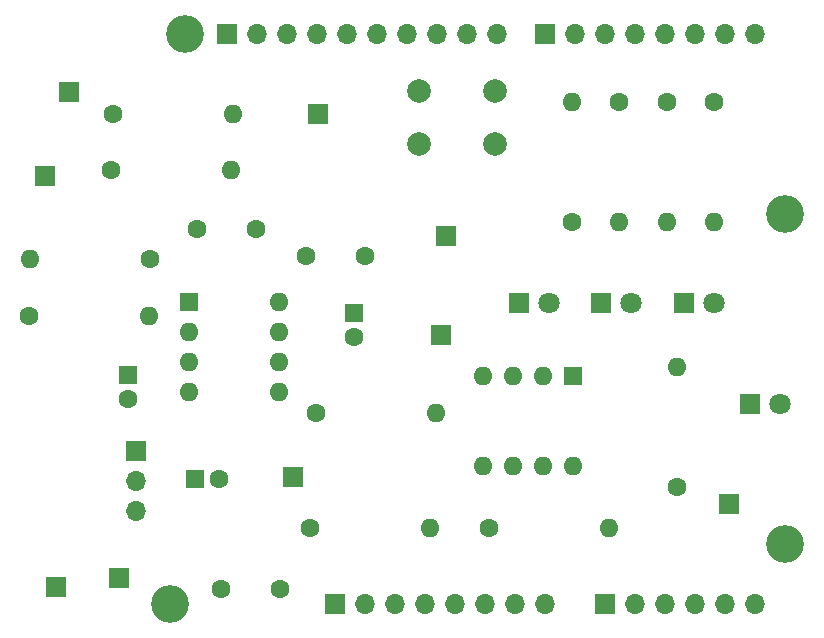
<source format=gbr>
%TF.GenerationSoftware,KiCad,Pcbnew,8.0.1*%
%TF.CreationDate,2024-05-26T17:54:05+02:00*%
%TF.ProjectId,BandPass,42616e64-5061-4737-932e-6b696361645f,v03*%
%TF.SameCoordinates,PX5f5e100PY5f5e100*%
%TF.FileFunction,Soldermask,Top*%
%TF.FilePolarity,Negative*%
%FSLAX46Y46*%
G04 Gerber Fmt 4.6, Leading zero omitted, Abs format (unit mm)*
G04 Created by KiCad (PCBNEW 8.0.1) date 2024-05-26 17:54:05*
%MOMM*%
%LPD*%
G01*
G04 APERTURE LIST*
%ADD10C,1.600000*%
%ADD11O,1.600000X1.600000*%
%ADD12R,1.700000X1.700000*%
%ADD13R,1.600000X1.600000*%
%ADD14R,1.800000X1.800000*%
%ADD15C,1.800000*%
%ADD16C,3.200000*%
%ADD17C,2.000000*%
%ADD18O,1.700000X1.700000*%
G04 APERTURE END LIST*
D10*
%TO.C,R6*%
X26320000Y18700000D03*
D11*
X36480000Y18700000D03*
%TD*%
D12*
%TO.C,Gnd2*%
X4300000Y4000000D03*
%TD*%
%TO.C,VD1*%
X26500000Y44000000D03*
%TD*%
%TO.C,Op2_in1*%
X36900000Y25300000D03*
%TD*%
D13*
%TO.C,C2*%
X10400000Y21900000D03*
D10*
X10400000Y19900000D03*
%TD*%
D14*
%TO.C,D1*%
X63060000Y19500000D03*
D15*
X65600000Y19500000D03*
%TD*%
D12*
%TO.C,Op1_Out1*%
X37300000Y33700000D03*
%TD*%
D10*
%TO.C,R2*%
X8920000Y39300000D03*
D11*
X19080000Y39300000D03*
%TD*%
D10*
%TO.C,C6*%
X18300000Y3800000D03*
X23300000Y3800000D03*
%TD*%
%TO.C,R1*%
X9120000Y44000000D03*
D11*
X19280000Y44000000D03*
%TD*%
D10*
%TO.C,R7*%
X25820000Y9000000D03*
D11*
X35980000Y9000000D03*
%TD*%
D12*
%TO.C,Gnd1*%
X5400000Y45900000D03*
%TD*%
D13*
%TO.C,U2*%
X48100000Y21800000D03*
D11*
X45560000Y21800000D03*
X43020000Y21800000D03*
X40480000Y21800000D03*
X40480000Y14180000D03*
X43020000Y14180000D03*
X45560000Y14180000D03*
X48100000Y14180000D03*
%TD*%
D14*
%TO.C,D4*%
X57460000Y28000000D03*
D15*
X60000000Y28000000D03*
%TD*%
D16*
%TO.C,MH1*%
X15240000Y50800000D03*
%TD*%
D10*
%TO.C,R8*%
X40920000Y9000000D03*
D11*
X51080000Y9000000D03*
%TD*%
D10*
%TO.C,R10*%
X56000000Y45000000D03*
D11*
X56000000Y34840000D03*
%TD*%
D10*
%TO.C,R4*%
X12280000Y31700000D03*
D11*
X2120000Y31700000D03*
%TD*%
D12*
%TO.C,Op2_Out1*%
X24400000Y13300000D03*
%TD*%
D13*
%TO.C,C5*%
X29500000Y27155112D03*
D10*
X29500000Y25155112D03*
%TD*%
D12*
%TO.C,OP1_in1*%
X3400000Y38800000D03*
%TD*%
D10*
%TO.C,R5*%
X48000000Y34840000D03*
D11*
X48000000Y45000000D03*
%TD*%
D14*
%TO.C,D2*%
X43460000Y28000000D03*
D15*
X46000000Y28000000D03*
%TD*%
D17*
%TO.C,SW1*%
X35000000Y46000000D03*
X41500000Y46000000D03*
X35000000Y41500000D03*
X41500000Y41500000D03*
%TD*%
D14*
%TO.C,D3*%
X50460000Y28000000D03*
D15*
X53000000Y28000000D03*
%TD*%
D10*
%TO.C,C4*%
X25500000Y32000000D03*
X30500000Y32000000D03*
%TD*%
%TO.C,R9*%
X52000000Y45000000D03*
D11*
X52000000Y34840000D03*
%TD*%
D12*
%TO.C,J5*%
X11100000Y15525000D03*
D18*
X11100000Y12985000D03*
X11100000Y10445000D03*
%TD*%
D12*
%TO.C,Gnd3*%
X61250000Y11000000D03*
%TD*%
D10*
%TO.C,R12*%
X56900000Y12420000D03*
D11*
X56900000Y22580000D03*
%TD*%
D10*
%TO.C,C3*%
X21200000Y34300000D03*
X16200000Y34300000D03*
%TD*%
%TO.C,R3*%
X2020000Y26900000D03*
D11*
X12180000Y26900000D03*
%TD*%
D12*
%TO.C,Vin1*%
X9600000Y4700000D03*
%TD*%
D10*
%TO.C,R11*%
X60000000Y45000000D03*
D11*
X60000000Y34840000D03*
%TD*%
D16*
%TO.C,MH2*%
X13970000Y2540000D03*
%TD*%
D13*
%TO.C,U1*%
X15600000Y28100000D03*
D11*
X15600000Y25560000D03*
X15600000Y23020000D03*
X15600000Y20480000D03*
X23220000Y20480000D03*
X23220000Y23020000D03*
X23220000Y25560000D03*
X23220000Y28100000D03*
%TD*%
D16*
%TO.C,MH3*%
X66040000Y35560000D03*
%TD*%
%TO.C,MH4*%
X66040000Y7620000D03*
%TD*%
D13*
%TO.C,C1*%
X16100000Y13100000D03*
D10*
X18100000Y13100000D03*
%TD*%
D12*
%TO.C,J1*%
X27940000Y2540000D03*
D18*
X30480000Y2540000D03*
X33020000Y2540000D03*
X35560000Y2540000D03*
X38100000Y2540000D03*
X40640000Y2540000D03*
X43180000Y2540000D03*
X45720000Y2540000D03*
%TD*%
D12*
%TO.C,J3*%
X50800000Y2540000D03*
D18*
X53340000Y2540000D03*
X55880000Y2540000D03*
X58420000Y2540000D03*
X60960000Y2540000D03*
X63500000Y2540000D03*
%TD*%
D12*
%TO.C,J2*%
X18796000Y50800000D03*
D18*
X21336000Y50800000D03*
X23876000Y50800000D03*
X26416000Y50800000D03*
X28956000Y50800000D03*
X31496000Y50800000D03*
X34036000Y50800000D03*
X36576000Y50800000D03*
X39116000Y50800000D03*
X41656000Y50800000D03*
%TD*%
D12*
%TO.C,J4*%
X45720000Y50800000D03*
D18*
X48260000Y50800000D03*
X50800000Y50800000D03*
X53340000Y50800000D03*
X55880000Y50800000D03*
X58420000Y50800000D03*
X60960000Y50800000D03*
X63500000Y50800000D03*
%TD*%
M02*

</source>
